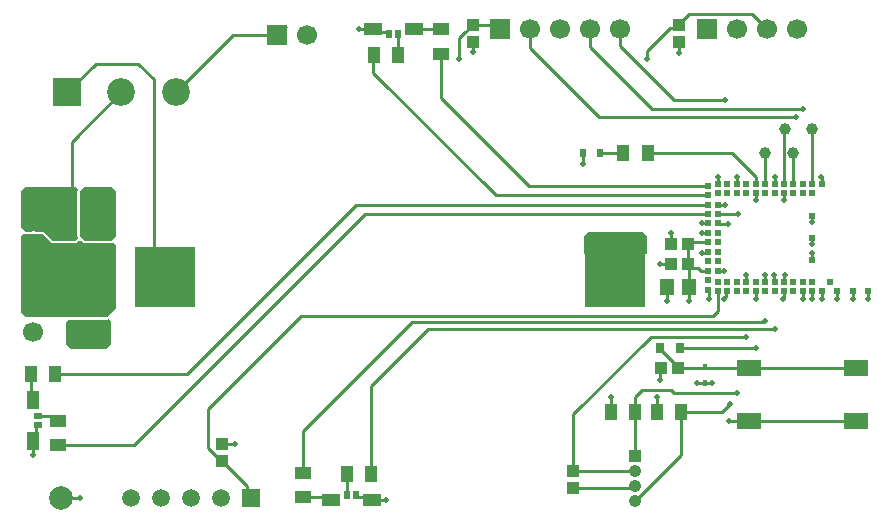
<source format=gtl>
G04*
G04 #@! TF.GenerationSoftware,Altium Limited,Altium Designer,20.1.14 (287)*
G04*
G04 Layer_Physical_Order=1*
G04 Layer_Color=255*
%FSLAX25Y25*%
%MOIN*%
G70*
G04*
G04 #@! TF.SameCoordinates,90A7C2A2-6745-46E1-82FD-39DD7986B322*
G04*
G04*
G04 #@! TF.FilePolarity,Positive*
G04*
G01*
G75*
%ADD11C,0.01000*%
%ADD15C,0.07874*%
%ADD16C,0.03937*%
%ADD17R,0.08300X0.05500*%
%ADD18R,0.02201X0.02850*%
%ADD19R,0.03937X0.05315*%
%ADD20R,0.02756X0.03543*%
%ADD21R,0.01575X0.01890*%
%ADD22R,0.02362X0.03150*%
%ADD23R,0.05118X0.05709*%
%ADD24R,0.03937X0.03937*%
%ADD25R,0.20000X0.20000*%
%ADD26R,0.05900X0.03900*%
%ADD27R,0.01950X0.03100*%
G04:AMPARAMS|DCode=28|XSize=19.68mil|YSize=19.68mil|CornerRadius=0mil|HoleSize=0mil|Usage=FLASHONLY|Rotation=0.000|XOffset=0mil|YOffset=0mil|HoleType=Round|Shape=RoundedRectangle|*
%AMROUNDEDRECTD28*
21,1,0.01968,0.01968,0,0,0.0*
21,1,0.01968,0.01968,0,0,0.0*
1,1,0.00000,0.00984,-0.00984*
1,1,0.00000,-0.00984,-0.00984*
1,1,0.00000,-0.00984,0.00984*
1,1,0.00000,0.00984,0.00984*
%
%ADD28ROUNDEDRECTD28*%
G04:AMPARAMS|DCode=29|XSize=19.68mil|YSize=19.68mil|CornerRadius=0mil|HoleSize=0mil|Usage=FLASHONLY|Rotation=90.000|XOffset=0mil|YOffset=0mil|HoleType=Round|Shape=RoundedRectangle|*
%AMROUNDEDRECTD29*
21,1,0.01968,0.01968,0,0,90.0*
21,1,0.01968,0.01968,0,0,90.0*
1,1,0.00000,0.00984,0.00984*
1,1,0.00000,0.00984,-0.00984*
1,1,0.00000,-0.00984,-0.00984*
1,1,0.00000,-0.00984,0.00984*
%
%ADD29ROUNDEDRECTD29*%
%ADD30R,0.01968X0.01968*%
%ADD31R,0.03100X0.01950*%
%ADD32R,0.03900X0.05900*%
%ADD33R,0.01890X0.01575*%
%ADD34R,0.03937X0.03937*%
%ADD35R,0.05709X0.05118*%
%ADD36R,0.05315X0.03937*%
%ADD63C,0.04200*%
%ADD64R,0.04200X0.04200*%
%ADD65R,0.06693X0.06693*%
%ADD66C,0.06693*%
%ADD67R,0.06693X0.06693*%
%ADD68C,0.09252*%
%ADD69R,0.09252X0.09252*%
%ADD70R,0.05906X0.05906*%
%ADD71C,0.05906*%
%ADD72C,0.02000*%
G36*
X34890Y110000D02*
Y95000D01*
X33390Y93500D01*
X24390Y93500D01*
X22890Y95000D01*
Y110000D01*
X24390Y111500D01*
X33390Y111500D01*
X34890Y110000D01*
D02*
G37*
G36*
X22313Y110577D02*
X22136Y110312D01*
X22074Y110000D01*
X22074Y110000D01*
Y95000D01*
X22074Y95000D01*
X22136Y94688D01*
X22313Y94423D01*
X21390Y93500D01*
X13890D01*
X10890Y96500D01*
X8568D01*
X8472Y96540D01*
X7390Y96682D01*
X6307Y96540D01*
X6211Y96500D01*
X4890D01*
X3390Y98000D01*
Y110000D01*
X4890Y111500D01*
X21390D01*
X22313Y110577D01*
D02*
G37*
G36*
X211890Y95000D02*
Y89000D01*
X190890D01*
Y95000D01*
X192390Y96500D01*
X210390D01*
X211890Y95000D01*
D02*
G37*
G36*
X4578Y95746D02*
X4890Y95684D01*
X4890Y95684D01*
X6211D01*
X6510Y95744D01*
X7390Y95859D01*
X8270Y95744D01*
X8568Y95684D01*
X10552D01*
X13313Y92923D01*
X13578Y92746D01*
X13890Y92684D01*
X13890Y92684D01*
X21390D01*
X21702Y92746D01*
X21967Y92923D01*
X21967Y92923D01*
X22543Y93500D01*
X23236D01*
X23813Y92923D01*
X24078Y92746D01*
X24390Y92684D01*
X24390Y92684D01*
X33390Y92684D01*
X33702Y92746D01*
X33966Y92923D01*
X34890Y92000D01*
Y71000D01*
X31890Y68000D01*
X4890D01*
X3390Y69500D01*
Y95000D01*
X4313Y95923D01*
X4578Y95746D01*
D02*
G37*
G36*
X33390Y66500D02*
Y59000D01*
X31890Y57500D01*
X19890D01*
X18390Y59000D01*
Y66500D01*
X19074Y67184D01*
X31890D01*
X31890Y67184D01*
X32202Y67246D01*
X32467Y67423D01*
X33390Y66500D01*
D02*
G37*
D11*
X151434Y163087D02*
X153890Y165543D01*
X151383Y163087D02*
X151434D01*
X149350Y161055D02*
X151383Y163087D01*
X149350Y154000D02*
Y161055D01*
X143390Y140900D02*
X172467Y111823D01*
X232444D01*
X143390Y140900D02*
Y155857D01*
X211990Y156749D02*
X219607Y164366D01*
X221412D01*
X211990Y154000D02*
Y156749D01*
X221412Y164366D02*
X226046Y169000D01*
X88490Y162000D02*
X88690D01*
X73890D02*
X88490D01*
X88690D02*
Y162200D01*
X187390Y16938D02*
Y35600D01*
X213190Y61400D02*
X245090D01*
X187390Y35600D02*
X213190Y61400D01*
X16790Y7800D02*
X22990D01*
X23090Y7700D01*
X70390Y25662D02*
X74452D01*
X74490Y25700D01*
X68783Y21406D02*
X68921D01*
X65790Y24400D02*
Y37300D01*
Y24400D02*
X68783Y21406D01*
X68921D02*
X78761Y11567D01*
Y9029D02*
Y11567D01*
Y9029D02*
X80090Y7700D01*
X65790Y37300D02*
X70390Y41900D01*
X96790Y68300D01*
X235490Y76483D02*
X235594Y76587D01*
X235490Y69982D02*
Y76483D01*
X233808Y68300D02*
X235490Y69982D01*
X96790Y68300D02*
X233808D01*
X225990Y78150D02*
X226039Y78200D01*
X225990Y73500D02*
Y78150D01*
X225901Y92925D02*
X232444D01*
X225901Y92138D02*
Y92925D01*
X225752Y85800D02*
Y91989D01*
X225901Y92138D01*
X226039Y85513D02*
X227221Y84332D01*
X225752Y85800D02*
X226039Y85513D01*
X227221Y84332D02*
X229105D01*
X229960Y83476D01*
X232444D01*
X226039Y78200D02*
Y85513D01*
X215347Y36500D02*
X215390Y36543D01*
Y41500D01*
X199846Y36500D02*
X199890Y36543D01*
Y41500D01*
X232444Y83362D02*
Y83476D01*
X228791Y46102D02*
X231190D01*
X228690Y46000D02*
X228791Y46102D01*
X230890Y51200D02*
X245790D01*
X222452D02*
X230890D01*
X245790D02*
X245840Y51150D01*
X210390Y43800D02*
X219890D01*
X221126Y42564D02*
X241889D01*
X219890Y43800D02*
X221126Y42564D01*
X207933Y41343D02*
X210390Y43800D01*
X223433Y36500D02*
X236990D01*
X239681Y39191D01*
X245840Y51150D02*
X281740D01*
X231190Y46102D02*
X233588D01*
X233590Y46100D01*
X222846Y57700D02*
X222893Y57653D01*
X248237D01*
X248084Y57500D02*
X248237Y57653D01*
X221074Y52578D02*
X221165D01*
X220983Y52668D02*
X221074Y52578D01*
X220983Y52668D02*
Y52759D01*
X217314Y56428D02*
X220983Y52759D01*
X217212Y56428D02*
X217314D01*
X216334Y57306D02*
X217212Y56428D01*
X216334Y57306D02*
Y57700D01*
X190713Y118923D02*
Y122577D01*
X190690Y118900D02*
X190713Y118923D01*
Y122577D02*
X190735Y122600D01*
X257521Y130231D02*
X257890Y130600D01*
X257521Y112533D02*
Y130231D01*
Y112533D02*
X257641Y112413D01*
X267090D02*
Y130400D01*
X266890Y130600D02*
X267090Y130400D01*
X260790Y112413D02*
Y122799D01*
X260790Y122800D02*
X260790Y122799D01*
X251342Y112413D02*
Y122748D01*
X251290Y122800D02*
X251342Y122748D01*
X248192Y112413D02*
Y114579D01*
X212133Y122600D02*
X240171D01*
X248192Y114579D01*
X196444Y122600D02*
X204047D01*
X242127Y102437D02*
X242190Y102500D01*
X119890Y15600D02*
Y44900D01*
X251366Y79760D02*
Y82476D01*
X8840Y35075D02*
X9015Y34900D01*
X13623Y33633D02*
Y34609D01*
X9015Y34900D02*
X13332D01*
X13623Y34609D01*
X120756Y149434D02*
Y155400D01*
X88690Y162200D02*
X91336Y164847D01*
X91536D01*
X97390Y16234D02*
Y30200D01*
X133690Y66500D01*
X251090Y66500D01*
X119890Y44900D02*
X138990Y64000D01*
X187390Y11138D02*
X207628D01*
X208090Y11600D01*
X187390Y16938D02*
X187428Y16900D01*
X187390Y16862D02*
X207828D01*
X208090Y16600D01*
X223433Y21943D02*
Y36500D01*
X208090Y6600D02*
X223433Y21943D01*
X207933Y21757D02*
Y36500D01*
Y21757D02*
X208090Y21600D01*
X207933Y36500D02*
Y41343D01*
X235657Y102437D02*
X242127D01*
X245090Y79736D02*
Y82200D01*
X187390Y16862D02*
X187428Y16900D01*
X251090Y66500D02*
X251390Y66800D01*
X248192Y74000D02*
Y76587D01*
X270021Y114579D02*
Y114931D01*
X270209Y112444D02*
Y114800D01*
X244590Y33500D02*
X245190Y34100D01*
X235594Y83476D02*
X237790D01*
X232390Y77177D02*
X232490Y77077D01*
X230190Y96075D02*
X232444D01*
X220028Y92489D02*
X220390Y92851D01*
X219890Y93351D02*
X220390Y92851D01*
X216390Y85811D02*
X220028D01*
X269890Y114800D02*
X270021Y114931D01*
X120756Y149434D02*
X161516Y108673D01*
X128965Y155432D02*
Y162250D01*
X128933Y155400D02*
X128965Y155432D01*
X135846Y163943D02*
X143390D01*
X111846Y15600D02*
Y16264D01*
X97421Y8057D02*
X107022D01*
X15490Y25457D02*
X15533Y25500D01*
X40890D02*
X117890Y102500D01*
X15533Y25500D02*
X40890D01*
X6440Y40400D02*
X6547Y40507D01*
Y49100D01*
X18650Y95682D02*
Y102909D01*
X216290Y47000D02*
Y50862D01*
X120490Y163950D02*
X121540Y162900D01*
X125340D01*
X125815Y162425D01*
Y162250D02*
Y162425D01*
X115940Y163950D02*
X120490D01*
X7140Y26600D02*
X8190Y27650D01*
Y31450D01*
X8665Y31925D02*
X8840D01*
X8190Y31450D02*
X8665Y31925D01*
X119271Y8100D02*
X120321Y7050D01*
X115471Y8100D02*
X119271D01*
X114996Y8575D02*
X115471Y8100D01*
X114996Y8575D02*
Y8750D01*
X120321Y7050D02*
X124871D01*
X124921Y7100D01*
X115890Y163900D02*
X115940Y163950D01*
X7140Y22050D02*
Y26600D01*
Y22050D02*
X7190Y22000D01*
X117890Y102500D02*
X232318D01*
X232444Y102374D01*
X14724Y49100D02*
X58490D01*
X114913Y105524D02*
X232444D01*
X58490Y49100D02*
X114913Y105524D01*
X161516Y108673D02*
X232444D01*
X218790Y73500D02*
Y78150D01*
X218740Y78200D02*
X218790Y78150D01*
X119921Y15643D02*
X119965Y15600D01*
X254390Y64000D02*
X254490Y63900D01*
X138990Y64000D02*
X254390Y64000D01*
X172890Y157600D02*
Y164000D01*
X195839Y134650D02*
X261690D01*
X172890Y157600D02*
X195839Y134650D01*
X192890Y158100D02*
Y164000D01*
X213490Y137500D02*
X263890D01*
X192890Y158100D02*
X213490Y137500D01*
X270239Y76587D02*
X270315Y76511D01*
Y74075D02*
Y76511D01*
Y74075D02*
X270390Y74000D01*
X266990Y76487D02*
X267090Y76587D01*
X266990Y74100D02*
Y76487D01*
X266890Y74000D02*
X266990Y74100D01*
X263915Y76561D02*
X263940Y76587D01*
X263915Y74025D02*
Y76561D01*
X263890Y74000D02*
X263915Y74025D01*
X257515Y76461D02*
X257641Y76587D01*
X257515Y74126D02*
Y76461D01*
X257390Y74000D02*
X257515Y74126D01*
X266990Y79836D02*
X267090Y79736D01*
X263915Y79761D02*
X263940Y79736D01*
X257641Y79736D02*
X257765Y79861D01*
Y82076D01*
X257890Y82200D01*
X254440Y79787D02*
X254491Y79736D01*
X254440Y79787D02*
Y82149D01*
X254390Y82200D02*
X254440Y82149D01*
X238259Y74686D02*
Y76102D01*
X237790Y74217D02*
X238259Y74686D01*
Y76102D02*
X238743Y76587D01*
X237790Y74000D02*
Y74217D01*
X111846Y8750D02*
Y15100D01*
X251342Y79736D02*
X251366Y79760D01*
Y82476D02*
X251390Y82500D01*
X202890Y158500D02*
Y164000D01*
X220890Y140500D02*
X237890D01*
X202890Y158500D02*
X220890Y140500D01*
X230190Y89500D02*
X232169D01*
X230317Y99351D02*
X232317D01*
X230190Y99478D02*
X230317Y99351D01*
X232317D02*
X232444Y99224D01*
X232169Y89500D02*
X232444Y89776D01*
X219890Y93351D02*
Y96000D01*
X239390Y33500D02*
X244590D01*
X245190Y34100D02*
X245840Y33450D01*
X235594Y99224D02*
X235706Y99112D01*
X238778D01*
X238890Y99000D01*
X235594Y102374D02*
X235657Y102437D01*
X153890Y156300D02*
Y159819D01*
X222590D02*
X222690Y159719D01*
Y156000D02*
Y159719D01*
X187390Y11138D02*
X187652Y11400D01*
X246190Y33450D02*
X281740D01*
X220028Y92489D02*
Y92500D01*
X230190Y96000D02*
Y96075D01*
X267090Y99700D02*
Y101882D01*
Y87118D02*
Y89300D01*
X267090Y87118D02*
X267090Y87118D01*
Y92400D02*
Y94500D01*
X266790Y92100D02*
X267090Y92400D01*
X267090Y87118D02*
X267090Y87118D01*
X245042Y79736D02*
X245090D01*
X220028Y85800D02*
Y85811D01*
X275374Y74116D02*
X275390Y74100D01*
X275374Y74116D02*
Y76570D01*
X232490Y74000D02*
Y77077D01*
X232390Y77177D02*
X232444D01*
X237790Y83476D02*
Y83500D01*
X270209Y112444D02*
X270239Y112413D01*
X285592Y76585D02*
X285594Y76587D01*
X285592Y74102D02*
Y76585D01*
X285590Y74100D02*
X285592Y74102D01*
X280476Y76587D02*
X280483Y76579D01*
Y74107D02*
Y76579D01*
Y74107D02*
X280490Y74100D01*
X275358Y76587D02*
X275374Y76570D01*
X257641Y109264D02*
X257665Y109239D01*
Y107024D02*
Y109239D01*
Y107024D02*
X257690Y107000D01*
X248191Y109263D02*
X248192Y109264D01*
X248191Y106901D02*
Y109263D01*
X248190Y106900D02*
X248191Y106901D01*
X235594Y105524D02*
X235606Y105512D01*
X237978D01*
X237990Y105500D01*
X235592Y112415D02*
X235594Y112413D01*
X235592Y112415D02*
Y114798D01*
X235590Y114800D02*
X235592Y114798D01*
X241891Y112415D02*
X241893Y112413D01*
X241891Y112415D02*
Y114798D01*
X241890Y114800D02*
X241891Y114798D01*
X254490Y112414D02*
X254491Y112413D01*
X254490Y112414D02*
Y114799D01*
X254490Y114800D02*
X254490Y114799D01*
X21390Y61000D02*
Y65138D01*
X28890Y60000D02*
Y64350D01*
X21602Y72650D02*
X28890D01*
X21390Y72862D02*
X21602Y72650D01*
X22390Y87994D02*
Y88318D01*
Y87994D02*
X28890Y81494D01*
Y72650D02*
Y81494D01*
X7528Y72862D02*
X21390D01*
X7390Y73000D02*
X7528Y72862D01*
X7390Y92500D02*
X11571Y88318D01*
X22390D01*
X18650Y102909D02*
X19240Y103500D01*
X18240Y102500D02*
X18650Y102909D01*
X7390Y102500D02*
X18240D01*
X20291Y104551D02*
Y110000D01*
X19240Y103500D02*
X20291Y104551D01*
Y126512D02*
X36779Y143000D01*
X20291Y110000D02*
Y126512D01*
X18669Y143000D02*
X28169Y152500D01*
X42390D01*
X47490Y147400D01*
Y81500D02*
Y147400D01*
X226046Y169000D02*
X246890D01*
X251890Y164000D01*
X161346Y165543D02*
X162890Y164000D01*
X153890Y165543D02*
X161346D01*
X54890Y143000D02*
X73890Y162000D01*
D15*
X16790Y7800D02*
D03*
D16*
X266890Y130600D02*
D03*
X251290Y122800D02*
D03*
X257890Y130600D02*
D03*
X260790Y122800D02*
D03*
D17*
X245840Y33450D02*
D03*
X281740D02*
D03*
X245840Y51150D02*
D03*
X281740D02*
D03*
D18*
X26130Y95682D02*
D03*
X18650D02*
D03*
X22390Y88318D02*
D03*
D19*
X212133Y122600D02*
D03*
X204047D02*
D03*
X199846Y36500D02*
D03*
X207933D02*
D03*
X215347D02*
D03*
X223433D02*
D03*
X14633Y49100D02*
D03*
X6547D02*
D03*
X120846Y155400D02*
D03*
X128933D02*
D03*
X119965Y15600D02*
D03*
X111878D02*
D03*
D20*
X216334Y57700D02*
D03*
X222846D02*
D03*
D21*
X231190Y46102D02*
D03*
Y51298D02*
D03*
D22*
X196444Y122600D02*
D03*
X190735D02*
D03*
D23*
X226039Y78200D02*
D03*
X218740D02*
D03*
X26539Y103500D02*
D03*
X19240D02*
D03*
D24*
X70390Y19938D02*
D03*
Y25662D02*
D03*
X187390Y16862D02*
D03*
Y11138D02*
D03*
X222590Y159819D02*
D03*
Y165543D02*
D03*
X153890Y159819D02*
D03*
Y165543D02*
D03*
X21390Y70862D02*
D03*
Y65138D02*
D03*
D25*
X51390Y81500D02*
D03*
X201390D02*
D03*
D26*
X120321Y7050D02*
D03*
X106521D02*
D03*
X134290Y163950D02*
D03*
X120490D02*
D03*
D27*
X111846Y8750D02*
D03*
X114996D02*
D03*
X125815Y162250D02*
D03*
X128965D02*
D03*
D28*
X232444Y92925D02*
D03*
Y83476D02*
D03*
Y111823D02*
D03*
X232444Y108673D02*
D03*
X232444Y105524D02*
D03*
Y102374D02*
D03*
Y99224D02*
D03*
Y96075D02*
D03*
X232444Y89776D02*
D03*
Y86626D02*
D03*
X232444Y80327D02*
D03*
Y77177D02*
D03*
D29*
X272798Y79736D02*
D03*
X267090Y112413D02*
D03*
X235594Y76587D02*
D03*
X263940Y112413D02*
D03*
X260790D02*
D03*
X257641D02*
D03*
X254491D02*
D03*
X251342D02*
D03*
X248192D02*
D03*
X245042D02*
D03*
X241893D02*
D03*
X238743D02*
D03*
X235594D02*
D03*
X238743Y76587D02*
D03*
X241893D02*
D03*
X245042D02*
D03*
X248192D02*
D03*
X251342D02*
D03*
X254491D02*
D03*
X257641Y76587D02*
D03*
X260790Y76587D02*
D03*
X263940D02*
D03*
X267090D02*
D03*
X270239D02*
D03*
Y112413D02*
D03*
X275358Y76587D02*
D03*
X280476D02*
D03*
X285594D02*
D03*
D30*
X267090Y109264D02*
D03*
X235594Y105524D02*
D03*
X238743Y79736D02*
D03*
X263940Y109264D02*
D03*
X260790D02*
D03*
X257641D02*
D03*
X254491D02*
D03*
X251342D02*
D03*
X248192D02*
D03*
X245042D02*
D03*
X241893D02*
D03*
X238743D02*
D03*
X235594D02*
D03*
Y102374D02*
D03*
Y99224D02*
D03*
Y96075D02*
D03*
Y92925D02*
D03*
Y89776D02*
D03*
Y86626D02*
D03*
Y83476D02*
D03*
Y79736D02*
D03*
X241893Y79736D02*
D03*
X245042D02*
D03*
X248192D02*
D03*
X251342D02*
D03*
X254491Y79736D02*
D03*
X257641Y79736D02*
D03*
X260790D02*
D03*
X263940Y79736D02*
D03*
X267090D02*
D03*
Y94500D02*
D03*
Y101882D02*
D03*
Y87118D02*
D03*
D31*
X8840Y31925D02*
D03*
Y35075D02*
D03*
D32*
X7140Y40400D02*
D03*
Y26600D02*
D03*
D33*
X25488Y110000D02*
D03*
X20291D02*
D03*
D34*
X222452Y51200D02*
D03*
X216728D02*
D03*
X225752Y85800D02*
D03*
X220028D02*
D03*
Y92500D02*
D03*
X225752D02*
D03*
D35*
X28890Y64350D02*
D03*
Y71650D02*
D03*
D36*
X15490Y25457D02*
D03*
Y33543D02*
D03*
X143390Y155857D02*
D03*
Y163943D02*
D03*
X97421Y16143D02*
D03*
Y8057D02*
D03*
D63*
X208090Y11600D02*
D03*
Y6600D02*
D03*
Y16600D02*
D03*
D64*
Y21600D02*
D03*
D65*
X7390Y102500D02*
D03*
Y73000D02*
D03*
D66*
Y92500D02*
D03*
X172890Y164000D02*
D03*
X182890D02*
D03*
X192890D02*
D03*
X202890D02*
D03*
X241890D02*
D03*
X251890D02*
D03*
X261890D02*
D03*
X98490Y162000D02*
D03*
X7390Y63000D02*
D03*
D67*
X162890Y164000D02*
D03*
X231890D02*
D03*
X88490Y162000D02*
D03*
D68*
X54890Y143000D02*
D03*
X36779D02*
D03*
D69*
X18669D02*
D03*
D70*
X80090Y7700D02*
D03*
D71*
X70090Y7700D02*
D03*
X60090Y7700D02*
D03*
X50090D02*
D03*
X40090Y7700D02*
D03*
D72*
X149350Y154000D02*
D03*
X211990D02*
D03*
X23090Y7700D02*
D03*
X74490Y25700D02*
D03*
X225990Y73500D02*
D03*
X199890Y41500D02*
D03*
X215390D02*
D03*
X228690Y46000D02*
D03*
X241889Y42564D02*
D03*
X239681Y39191D02*
D03*
X233590Y46100D02*
D03*
X190690Y118900D02*
D03*
X242190Y102500D02*
D03*
X245090Y61400D02*
D03*
X248237Y57653D02*
D03*
X248192Y74000D02*
D03*
X269890Y114800D02*
D03*
X216290Y47000D02*
D03*
X124921Y7100D02*
D03*
X115890Y163900D02*
D03*
X218790Y73500D02*
D03*
X254490Y63900D02*
D03*
X251390Y66800D02*
D03*
X261690Y134650D02*
D03*
X263890Y137500D02*
D03*
X270390Y74000D02*
D03*
X266890D02*
D03*
X263890D02*
D03*
X254390Y82200D02*
D03*
X257890D02*
D03*
X257390Y74000D02*
D03*
X251390Y82200D02*
D03*
X237890Y140500D02*
D03*
X230190Y99478D02*
D03*
Y89500D02*
D03*
X219890Y96000D02*
D03*
X237790Y74000D02*
D03*
X239390Y33500D02*
D03*
X238890Y99000D02*
D03*
X209390Y94000D02*
D03*
X204390D02*
D03*
X198390D02*
D03*
X193390D02*
D03*
X153890Y156300D02*
D03*
X222690Y156000D02*
D03*
X267090Y99700D02*
D03*
Y89300D02*
D03*
Y92400D02*
D03*
X216390Y85811D02*
D03*
X275390Y74000D02*
D03*
X232490D02*
D03*
X237790Y83500D02*
D03*
X230190Y96000D02*
D03*
X237990Y105500D02*
D03*
X235590Y114800D02*
D03*
X241890D02*
D03*
X254490D02*
D03*
X257690Y106900D02*
D03*
X248190D02*
D03*
X245090Y82200D02*
D03*
X21390Y61000D02*
D03*
X28890Y60000D02*
D03*
X285590Y74000D02*
D03*
X280490D02*
D03*
X7190Y22000D02*
D03*
X30890Y103500D02*
D03*
X26390Y98500D02*
D03*
X28390Y110000D02*
D03*
M02*

</source>
